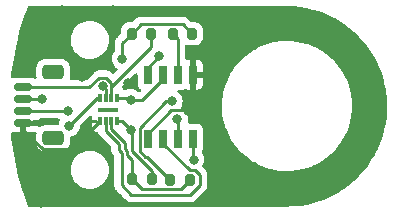
<source format=gbr>
%TF.GenerationSoftware,KiCad,Pcbnew,(6.0.0)*%
%TF.CreationDate,2022-07-24T19:50:36-05:00*%
%TF.ProjectId,DriveByWireMr360Sensor,44726976-6542-4795-9769-72654d723336,rev?*%
%TF.SameCoordinates,Original*%
%TF.FileFunction,Copper,L2,Bot*%
%TF.FilePolarity,Positive*%
%FSLAX46Y46*%
G04 Gerber Fmt 4.6, Leading zero omitted, Abs format (unit mm)*
G04 Created by KiCad (PCBNEW (6.0.0)) date 2022-07-24 19:50:36*
%MOMM*%
%LPD*%
G01*
G04 APERTURE LIST*
G04 Aperture macros list*
%AMRoundRect*
0 Rectangle with rounded corners*
0 $1 Rounding radius*
0 $2 $3 $4 $5 $6 $7 $8 $9 X,Y pos of 4 corners*
0 Add a 4 corners polygon primitive as box body*
4,1,4,$2,$3,$4,$5,$6,$7,$8,$9,$2,$3,0*
0 Add four circle primitives for the rounded corners*
1,1,$1+$1,$2,$3*
1,1,$1+$1,$4,$5*
1,1,$1+$1,$6,$7*
1,1,$1+$1,$8,$9*
0 Add four rect primitives between the rounded corners*
20,1,$1+$1,$2,$3,$4,$5,0*
20,1,$1+$1,$4,$5,$6,$7,0*
20,1,$1+$1,$6,$7,$8,$9,0*
20,1,$1+$1,$8,$9,$2,$3,0*%
G04 Aperture macros list end*
%TA.AperFunction,SMDPad,CuDef*%
%ADD10R,0.700000X1.525000*%
%TD*%
%TA.AperFunction,SMDPad,CuDef*%
%ADD11RoundRect,0.200000X-0.200000X-0.275000X0.200000X-0.275000X0.200000X0.275000X-0.200000X0.275000X0*%
%TD*%
%TA.AperFunction,SMDPad,CuDef*%
%ADD12RoundRect,0.200000X0.200000X0.275000X-0.200000X0.275000X-0.200000X-0.275000X0.200000X-0.275000X0*%
%TD*%
%TA.AperFunction,SMDPad,CuDef*%
%ADD13R,0.300000X0.750000*%
%TD*%
%TA.AperFunction,SMDPad,CuDef*%
%ADD14R,1.750000X0.450000*%
%TD*%
%TA.AperFunction,SMDPad,CuDef*%
%ADD15RoundRect,0.150000X0.625000X-0.150000X0.625000X0.150000X-0.625000X0.150000X-0.625000X-0.150000X0*%
%TD*%
%TA.AperFunction,SMDPad,CuDef*%
%ADD16RoundRect,0.250000X0.650000X-0.350000X0.650000X0.350000X-0.650000X0.350000X-0.650000X-0.350000X0*%
%TD*%
%TA.AperFunction,ViaPad*%
%ADD17C,0.800000*%
%TD*%
%TA.AperFunction,Conductor*%
%ADD18C,0.250000*%
%TD*%
%TA.AperFunction,Conductor*%
%ADD19C,0.228600*%
%TD*%
G04 APERTURE END LIST*
D10*
%TO.P,IC1,1,SIN_P*%
%TO.N,SourceSignal1*%
X101395000Y-76438000D03*
%TO.P,IC1,2,VDD_P*%
%TO.N,+3V3*%
X102665000Y-76438000D03*
%TO.P,IC1,3,COS_P*%
%TO.N,SourceSignal2*%
X103935000Y-76438000D03*
%TO.P,IC1,4,GND_P*%
%TO.N,GND*%
X105205000Y-76438000D03*
%TO.P,IC1,5,COS_N*%
%TO.N,LM358_InP2*%
X105205000Y-81862000D03*
%TO.P,IC1,6,VDD_N*%
%TO.N,+3V3*%
X103935000Y-81862000D03*
%TO.P,IC1,7,SIN_N*%
%TO.N,LM358_InP1*%
X102665000Y-81862000D03*
%TO.P,IC1,8,GND_N*%
%TO.N,GND*%
X101395000Y-81862000D03*
%TD*%
D11*
%TO.P,R4,1*%
%TO.N,LM358_InM2*%
X100035000Y-72970000D03*
%TO.P,R4,2*%
%TO.N,AnalogSignal2*%
X101685000Y-72970000D03*
%TD*%
D12*
%TO.P,R1,1*%
%TO.N,LM358_InM1*%
X104975000Y-85350000D03*
%TO.P,R1,2*%
%TO.N,SourceSignal1*%
X103325000Y-85350000D03*
%TD*%
%TO.P,R3,1*%
%TO.N,LM358_InM2*%
X105173000Y-72980000D03*
%TO.P,R3,2*%
%TO.N,SourceSignal2*%
X103523000Y-72980000D03*
%TD*%
D13*
%TO.P,U1,1*%
%TO.N,AnalogSignal1*%
X98830000Y-80410000D03*
%TO.P,U1,2,-*%
%TO.N,LM358_InM1*%
X98330000Y-80410000D03*
%TO.P,U1,3,+*%
%TO.N,LM358_InP1*%
X97830000Y-80410000D03*
%TO.P,U1,4,V-*%
%TO.N,GND*%
X97330000Y-80410000D03*
%TO.P,U1,5,+*%
%TO.N,LM358_InP2*%
X97330000Y-78410000D03*
%TO.P,U1,6,-*%
%TO.N,LM358_InM2*%
X97830000Y-78410000D03*
%TO.P,U1,7*%
%TO.N,AnalogSignal2*%
X98330000Y-78410000D03*
%TO.P,U1,8,V+*%
%TO.N,+3V3*%
X98830000Y-78410000D03*
D14*
%TO.P,U1,9*%
%TO.N,N/C*%
X98080000Y-79410000D03*
%TD*%
D11*
%TO.P,R2,1*%
%TO.N,LM358_InM1*%
X100095000Y-85310000D03*
%TO.P,R2,2*%
%TO.N,AnalogSignal1*%
X101745000Y-85310000D03*
%TD*%
D15*
%TO.P,J1,1,Pin_1*%
%TO.N,GND*%
X90865000Y-80530000D03*
%TO.P,J1,2,Pin_2*%
%TO.N,+3V3*%
X90865000Y-79530000D03*
%TO.P,J1,3,Pin_3*%
%TO.N,AnalogSignal1*%
X90865000Y-78530000D03*
%TO.P,J1,4,Pin_4*%
%TO.N,AnalogSignal2*%
X90865000Y-77530000D03*
D16*
%TO.P,J1,MP*%
%TO.N,N/C*%
X93390000Y-81830000D03*
X93390000Y-76230000D03*
%TD*%
D17*
%TO.N,GND*%
X94170000Y-70990000D03*
X98500000Y-70960000D03*
X99750000Y-77170000D03*
X90500000Y-82090000D03*
X95870000Y-76660000D03*
X91040000Y-72540000D03*
X92350000Y-87310000D03*
X98860000Y-86890000D03*
X107090000Y-86260000D03*
X107090000Y-71350000D03*
%TO.N,+3V3*%
X103920000Y-80200000D03*
X99970000Y-78570000D03*
X94630000Y-79530000D03*
%TO.N,GND*%
X104820000Y-79510000D03*
%TO.N,SourceSignal1*%
X103448546Y-78690999D03*
X102350000Y-74890000D03*
%TO.N,AnalogSignal1*%
X99995989Y-81152425D03*
X92410000Y-78540000D03*
%TO.N,LM358_InM2*%
X99260000Y-75110000D03*
X97600000Y-77420000D03*
%TO.N,LM358_InP2*%
X105280000Y-83640000D03*
X94760000Y-80750000D03*
%TD*%
D18*
%TO.N,LM358_InP1*%
X105810000Y-85800000D02*
X105000000Y-86610000D01*
X105000000Y-86610000D02*
X100020000Y-86610000D01*
X99190000Y-85780000D02*
X100020000Y-86610000D01*
X99190000Y-83060000D02*
X99190000Y-85780000D01*
X98964267Y-82834267D02*
X99190000Y-83060000D01*
X98964267Y-82317461D02*
X98964267Y-82834267D01*
D19*
%TO.N,LM358_InM1*%
X100095000Y-83691012D02*
X100095000Y-85310000D01*
X99628810Y-83224822D02*
X100095000Y-83691012D01*
X99628810Y-82878238D02*
X99628810Y-83224822D01*
X99503079Y-82235701D02*
X99503079Y-82752507D01*
X98330000Y-80410000D02*
X98330000Y-81062622D01*
%TO.N,AnalogSignal1*%
X100056921Y-81213357D02*
X99995989Y-81152425D01*
%TO.N,LM358_InM1*%
X99503079Y-82752507D02*
X99628810Y-82878238D01*
%TO.N,AnalogSignal1*%
X100056921Y-82906015D02*
X100056921Y-81213357D01*
X101745000Y-84594094D02*
X100056921Y-82906015D01*
%TO.N,LM358_InM1*%
X98330000Y-81062622D02*
X99503079Y-82235701D01*
%TO.N,AnalogSignal1*%
X101745000Y-85310000D02*
X101745000Y-84594094D01*
D18*
%TO.N,SourceSignal2*%
X103935000Y-73392000D02*
X103935000Y-76438000D01*
X103523000Y-72980000D02*
X103935000Y-73392000D01*
%TO.N,SourceSignal1*%
X101395000Y-75845000D02*
X102350000Y-74890000D01*
X101395000Y-76438000D02*
X101395000Y-75845000D01*
%TO.N,+3V3*%
X103935000Y-80215000D02*
X103920000Y-80200000D01*
X103935000Y-81862000D02*
X103935000Y-80215000D01*
%TO.N,GND*%
X104785499Y-79475499D02*
X104820000Y-79510000D01*
X103369001Y-79475499D02*
X104785499Y-79475499D01*
X101395000Y-81449500D02*
X103369001Y-79475499D01*
X101395000Y-81862000D02*
X101395000Y-81449500D01*
%TO.N,SourceSignal1*%
X102989001Y-78690999D02*
X103448546Y-78690999D01*
X100720489Y-80959511D02*
X102989001Y-78690999D01*
X101375000Y-83395000D02*
X101166478Y-83395000D01*
X101166478Y-83395000D02*
X100720489Y-82949011D01*
X103325000Y-85350000D02*
X101375000Y-83400000D01*
X100720489Y-82949011D02*
X100720489Y-80959511D01*
X101375000Y-83400000D02*
X101375000Y-83395000D01*
D19*
%TO.N,+3V3*%
X102665000Y-76850500D02*
X102665000Y-76438000D01*
X100945500Y-78570000D02*
X102665000Y-76850500D01*
X99970000Y-78570000D02*
X100945500Y-78570000D01*
D18*
%TO.N,GND*%
X104820000Y-79510000D02*
X105205000Y-79125000D01*
X105205000Y-79125000D02*
X105205000Y-76438000D01*
D19*
%TO.N,AnalogSignal1*%
X99253564Y-80410000D02*
X99995989Y-81152425D01*
X98830000Y-80410000D02*
X99253564Y-80410000D01*
D18*
%TO.N,LM358_InP1*%
X98964267Y-82317461D02*
X97830000Y-81183194D01*
X105810000Y-84950000D02*
X105810000Y-85800000D01*
X104940980Y-84550480D02*
X105410480Y-84550480D01*
X102665000Y-82274500D02*
X104940980Y-84550480D01*
X102665000Y-81862000D02*
X102665000Y-82274500D01*
X97830000Y-81183194D02*
X97830000Y-80410000D01*
X105410480Y-84550480D02*
X105810000Y-84950000D01*
%TO.N,LM358_InP2*%
X105205000Y-81862000D02*
X105205000Y-83565000D01*
X105205000Y-83565000D02*
X105280000Y-83640000D01*
D19*
%TO.N,+3V3*%
X99810000Y-78410000D02*
X99970000Y-78570000D01*
X90865000Y-79530000D02*
X94630000Y-79530000D01*
X98830000Y-78410000D02*
X99810000Y-78410000D01*
%TO.N,GND*%
X94996180Y-82743820D02*
X92506459Y-82743820D01*
X92506459Y-82743820D02*
X90865000Y-81102361D01*
X97330000Y-80410000D02*
X94996180Y-82743820D01*
X90865000Y-81102361D02*
X90865000Y-80530000D01*
%TO.N,AnalogSignal1*%
X90865000Y-78530000D02*
X92400000Y-78530000D01*
X92400000Y-78530000D02*
X92410000Y-78540000D01*
%TO.N,AnalogSignal2*%
X101685000Y-72970000D02*
X101685000Y-74115000D01*
X97895667Y-76706199D02*
X98330000Y-77140532D01*
X90865000Y-77530000D02*
X96470532Y-77530000D01*
X98330000Y-77470000D02*
X98330000Y-78410000D01*
X97294333Y-76706199D02*
X97895667Y-76706199D01*
X98330000Y-77140532D02*
X98330000Y-77470000D01*
X96470532Y-77530000D02*
X97294333Y-76706199D01*
X101685000Y-74115000D02*
X98330000Y-77470000D01*
%TO.N,LM358_InM1*%
X104186180Y-86138820D02*
X104975000Y-85350000D01*
X100095000Y-85310000D02*
X100923820Y-86138820D01*
X100923820Y-86138820D02*
X104186180Y-86138820D01*
%TO.N,LM358_InM2*%
X104374180Y-72181180D02*
X105173000Y-72980000D01*
X97830000Y-78410000D02*
X97830000Y-77650000D01*
X99260000Y-73745000D02*
X100035000Y-72970000D01*
X97830000Y-77650000D02*
X97600000Y-77420000D01*
X100823820Y-72181180D02*
X104374180Y-72181180D01*
X100035000Y-72970000D02*
X100823820Y-72181180D01*
X99260000Y-75110000D02*
X99260000Y-73745000D01*
%TO.N,LM358_InP2*%
X94760000Y-80750000D02*
X97100000Y-78410000D01*
X97100000Y-78410000D02*
X97330000Y-78410000D01*
%TD*%
%TA.AperFunction,Conductor*%
%TO.N,GND*%
G36*
X113156057Y-70630500D02*
G01*
X113170858Y-70632805D01*
X113170861Y-70632805D01*
X113179730Y-70634186D01*
X113202360Y-70631227D01*
X113222901Y-70630234D01*
X113749001Y-70647824D01*
X113757403Y-70648387D01*
X114313677Y-70704348D01*
X114322023Y-70705470D01*
X114873330Y-70798464D01*
X114881581Y-70800141D01*
X115425451Y-70929752D01*
X115433573Y-70931977D01*
X115967575Y-71097625D01*
X115975509Y-71100381D01*
X116123134Y-71157237D01*
X116497260Y-71301329D01*
X116505013Y-71304617D01*
X117012151Y-71539954D01*
X117019664Y-71543750D01*
X117238746Y-71663810D01*
X117509979Y-71812450D01*
X117517224Y-71816742D01*
X117902017Y-72062384D01*
X117988461Y-72117568D01*
X117995401Y-72122331D01*
X118018600Y-72139424D01*
X118445531Y-72453990D01*
X118452139Y-72459209D01*
X118879094Y-72820176D01*
X118885322Y-72825808D01*
X119287231Y-73214505D01*
X119293069Y-73220542D01*
X119658264Y-73624319D01*
X119668109Y-73635204D01*
X119673539Y-73641626D01*
X119997787Y-74052227D01*
X120020043Y-74080410D01*
X120025034Y-74087183D01*
X120127686Y-74236722D01*
X120341454Y-74548128D01*
X120345985Y-74555225D01*
X120630919Y-75036288D01*
X120634965Y-75043673D01*
X120887112Y-75542655D01*
X120890657Y-75550293D01*
X120989739Y-75783955D01*
X121059533Y-75948548D01*
X121108928Y-76065036D01*
X121111951Y-76072887D01*
X121281848Y-76562168D01*
X121295347Y-76601044D01*
X121297839Y-76609075D01*
X121406071Y-77004183D01*
X121445555Y-77148323D01*
X121447506Y-77156511D01*
X121558794Y-77704025D01*
X121558869Y-77704396D01*
X121560268Y-77712686D01*
X121601200Y-78017044D01*
X121634790Y-78266810D01*
X121635633Y-78275188D01*
X121672977Y-78833042D01*
X121673258Y-78841458D01*
X121673258Y-79400542D01*
X121672977Y-79408958D01*
X121635633Y-79966812D01*
X121634790Y-79975190D01*
X121619919Y-80085767D01*
X121564610Y-80497032D01*
X121560270Y-80529301D01*
X121558871Y-80537590D01*
X121484679Y-80902604D01*
X121447507Y-81085485D01*
X121445556Y-81093673D01*
X121303054Y-81613888D01*
X121297842Y-81632914D01*
X121295350Y-81640945D01*
X121118301Y-82150828D01*
X121111954Y-82169106D01*
X121108931Y-82176956D01*
X121041420Y-82336166D01*
X120890657Y-82691707D01*
X120887112Y-82699345D01*
X120634965Y-83198327D01*
X120630919Y-83205712D01*
X120345985Y-83686775D01*
X120341454Y-83693872D01*
X120029812Y-84147857D01*
X120025038Y-84154811D01*
X120020047Y-84161584D01*
X119676447Y-84596692D01*
X119673546Y-84600365D01*
X119668116Y-84606788D01*
X119293069Y-85021458D01*
X119287231Y-85027495D01*
X118885322Y-85416192D01*
X118879094Y-85421824D01*
X118624414Y-85637142D01*
X118452139Y-85782791D01*
X118445531Y-85788010D01*
X118348130Y-85859776D01*
X118032338Y-86092454D01*
X117995404Y-86119667D01*
X117988463Y-86124430D01*
X117808199Y-86239507D01*
X117517224Y-86425258D01*
X117509979Y-86429550D01*
X117019666Y-86698249D01*
X117012151Y-86702046D01*
X116505013Y-86937383D01*
X116497260Y-86940671D01*
X115975509Y-87141619D01*
X115967575Y-87144375D01*
X115635213Y-87247474D01*
X115433573Y-87310023D01*
X115425451Y-87312248D01*
X114881581Y-87441859D01*
X114873330Y-87443536D01*
X114322023Y-87536530D01*
X114313677Y-87537652D01*
X114210271Y-87548055D01*
X113757387Y-87593615D01*
X113749016Y-87594176D01*
X113421495Y-87605127D01*
X113230446Y-87611514D01*
X113206852Y-87610084D01*
X113201145Y-87609195D01*
X113201138Y-87609195D01*
X113192270Y-87607814D01*
X113183368Y-87608978D01*
X113183365Y-87608978D01*
X113160749Y-87611936D01*
X113144411Y-87613000D01*
X91373669Y-87613000D01*
X91305548Y-87592998D01*
X91259055Y-87539342D01*
X91255977Y-87531996D01*
X91086731Y-87089320D01*
X91085089Y-87084764D01*
X90900745Y-86540789D01*
X90796830Y-86234150D01*
X90795370Y-86229553D01*
X90793301Y-86222574D01*
X90583914Y-85516523D01*
X90540013Y-85368487D01*
X90538726Y-85363819D01*
X90366667Y-84689584D01*
X90318287Y-84500000D01*
X94886526Y-84500000D01*
X94906391Y-84752403D01*
X94907545Y-84757210D01*
X94907546Y-84757216D01*
X94929848Y-84850111D01*
X94965495Y-84998591D01*
X94967388Y-85003162D01*
X94967389Y-85003164D01*
X94977995Y-85028768D01*
X95062384Y-85232502D01*
X95194672Y-85448376D01*
X95359102Y-85640898D01*
X95551624Y-85805328D01*
X95767498Y-85937616D01*
X95772068Y-85939509D01*
X95772072Y-85939511D01*
X95955377Y-86015438D01*
X96001409Y-86034505D01*
X96070233Y-86051028D01*
X96242784Y-86092454D01*
X96242790Y-86092455D01*
X96247597Y-86093609D01*
X96347416Y-86101465D01*
X96434345Y-86108307D01*
X96434352Y-86108307D01*
X96436801Y-86108500D01*
X96563199Y-86108500D01*
X96565648Y-86108307D01*
X96565655Y-86108307D01*
X96652584Y-86101465D01*
X96752403Y-86093609D01*
X96757210Y-86092455D01*
X96757216Y-86092454D01*
X96929767Y-86051028D01*
X96998591Y-86034505D01*
X97044623Y-86015438D01*
X97227928Y-85939511D01*
X97227932Y-85939509D01*
X97232502Y-85937616D01*
X97448376Y-85805328D01*
X97640898Y-85640898D01*
X97805328Y-85448376D01*
X97937616Y-85232502D01*
X98022006Y-85028768D01*
X98032611Y-85003164D01*
X98032612Y-85003162D01*
X98034505Y-84998591D01*
X98070152Y-84850111D01*
X98092454Y-84757216D01*
X98092455Y-84757210D01*
X98093609Y-84752403D01*
X98113474Y-84500000D01*
X98093609Y-84247597D01*
X98087536Y-84222298D01*
X98035660Y-84006221D01*
X98034505Y-84001409D01*
X98028426Y-83986732D01*
X97939511Y-83772072D01*
X97939509Y-83772068D01*
X97937616Y-83767498D01*
X97805328Y-83551624D01*
X97640898Y-83359102D01*
X97448376Y-83194672D01*
X97232502Y-83062384D01*
X97227932Y-83060491D01*
X97227928Y-83060489D01*
X97003164Y-82967389D01*
X97003162Y-82967388D01*
X96998591Y-82965495D01*
X96913968Y-82945179D01*
X96757216Y-82907546D01*
X96757210Y-82907545D01*
X96752403Y-82906391D01*
X96652584Y-82898535D01*
X96565655Y-82891693D01*
X96565648Y-82891693D01*
X96563199Y-82891500D01*
X96436801Y-82891500D01*
X96434352Y-82891693D01*
X96434345Y-82891693D01*
X96347416Y-82898535D01*
X96247597Y-82906391D01*
X96242790Y-82907545D01*
X96242784Y-82907546D01*
X96086032Y-82945179D01*
X96001409Y-82965495D01*
X95996838Y-82967388D01*
X95996836Y-82967389D01*
X95772072Y-83060489D01*
X95772068Y-83060491D01*
X95767498Y-83062384D01*
X95551624Y-83194672D01*
X95359102Y-83359102D01*
X95194672Y-83551624D01*
X95062384Y-83767498D01*
X95060491Y-83772068D01*
X95060489Y-83772072D01*
X94971574Y-83986732D01*
X94965495Y-84001409D01*
X94964340Y-84006221D01*
X94912465Y-84222298D01*
X94906391Y-84247597D01*
X94886526Y-84500000D01*
X90318287Y-84500000D01*
X90316653Y-84493596D01*
X90315548Y-84488895D01*
X90312936Y-84476722D01*
X90240115Y-84137428D01*
X90127075Y-83610743D01*
X90126150Y-83605989D01*
X89971564Y-82721251D01*
X89970823Y-82716465D01*
X89905471Y-82233650D01*
X89850356Y-81826472D01*
X89849801Y-81821683D01*
X89838508Y-81704525D01*
X89811043Y-81419611D01*
X89824417Y-81349886D01*
X89873364Y-81298459D01*
X89942344Y-81281659D01*
X89976352Y-81289535D01*
X89976600Y-81288682D01*
X90130065Y-81333269D01*
X90142667Y-81335570D01*
X90171084Y-81337807D01*
X90176014Y-81338000D01*
X90592885Y-81338000D01*
X90608124Y-81333525D01*
X90609329Y-81332135D01*
X90611000Y-81324452D01*
X90611000Y-80464500D01*
X90631002Y-80396379D01*
X90684658Y-80349886D01*
X90737000Y-80338500D01*
X91556502Y-80338500D01*
X91558950Y-80338307D01*
X91558958Y-80338307D01*
X91587421Y-80336067D01*
X91587426Y-80336066D01*
X91593831Y-80335562D01*
X91665578Y-80314718D01*
X91745989Y-80291357D01*
X91745993Y-80291355D01*
X91753601Y-80289145D01*
X91758725Y-80286115D01*
X91807570Y-80276000D01*
X92126878Y-80276000D01*
X92140408Y-80272027D01*
X92142012Y-80260868D01*
X92171505Y-80196288D01*
X92231232Y-80157904D01*
X92266730Y-80152800D01*
X93837510Y-80152800D01*
X93905631Y-80172802D01*
X93952124Y-80226458D01*
X93962228Y-80296732D01*
X93946630Y-80341799D01*
X93925473Y-80378444D01*
X93923431Y-80384729D01*
X93885288Y-80502121D01*
X93866458Y-80560072D01*
X93865768Y-80566635D01*
X93865768Y-80566636D01*
X93861350Y-80608671D01*
X93834337Y-80674327D01*
X93776115Y-80714957D01*
X93736040Y-80721500D01*
X92689600Y-80721500D01*
X92686354Y-80721837D01*
X92686350Y-80721837D01*
X92590692Y-80731762D01*
X92590688Y-80731763D01*
X92583834Y-80732474D01*
X92577298Y-80734655D01*
X92577296Y-80734655D01*
X92531302Y-80750000D01*
X92416054Y-80788450D01*
X92349445Y-80829669D01*
X92325212Y-80844665D01*
X92256760Y-80863503D01*
X92188991Y-80842342D01*
X92153105Y-80805943D01*
X92141520Y-80788029D01*
X92132630Y-80784000D01*
X91137115Y-80784000D01*
X91121876Y-80788475D01*
X91120671Y-80789865D01*
X91119000Y-80797548D01*
X91119000Y-81319884D01*
X91123475Y-81335123D01*
X91124865Y-81336328D01*
X91132548Y-81337999D01*
X91553984Y-81337999D01*
X91558920Y-81337805D01*
X91587336Y-81335570D01*
X91599931Y-81333270D01*
X91745790Y-81290893D01*
X91760226Y-81284646D01*
X91796649Y-81263106D01*
X91865466Y-81245647D01*
X91932797Y-81268165D01*
X91977265Y-81323510D01*
X91986131Y-81384402D01*
X91981500Y-81429600D01*
X91981500Y-82230400D01*
X91992474Y-82336166D01*
X92048450Y-82503946D01*
X92141522Y-82654348D01*
X92146704Y-82659521D01*
X92187461Y-82700207D01*
X92266697Y-82779305D01*
X92272927Y-82783145D01*
X92272928Y-82783146D01*
X92410090Y-82867694D01*
X92417262Y-82872115D01*
X92475706Y-82891500D01*
X92578611Y-82925632D01*
X92578613Y-82925632D01*
X92585139Y-82927797D01*
X92591975Y-82928497D01*
X92591978Y-82928498D01*
X92627331Y-82932120D01*
X92689600Y-82938500D01*
X94090400Y-82938500D01*
X94093646Y-82938163D01*
X94093650Y-82938163D01*
X94189308Y-82928238D01*
X94189312Y-82928237D01*
X94196166Y-82927526D01*
X94202702Y-82925345D01*
X94202704Y-82925345D01*
X94353051Y-82875185D01*
X94363946Y-82871550D01*
X94514348Y-82778478D01*
X94639305Y-82653303D01*
X94668911Y-82605274D01*
X94728275Y-82508968D01*
X94728276Y-82508966D01*
X94732115Y-82502738D01*
X94787797Y-82334861D01*
X94798500Y-82230400D01*
X94798500Y-81772646D01*
X94818502Y-81704525D01*
X94872158Y-81658032D01*
X94898302Y-81649399D01*
X95042288Y-81618794D01*
X95075716Y-81603911D01*
X95210722Y-81543803D01*
X95210724Y-81543802D01*
X95216752Y-81541118D01*
X95236761Y-81526581D01*
X95296139Y-81483440D01*
X95371253Y-81428866D01*
X95453245Y-81337805D01*
X95494621Y-81291852D01*
X95494622Y-81291851D01*
X95499040Y-81286944D01*
X95588578Y-81131860D01*
X95591223Y-81127279D01*
X95591224Y-81127278D01*
X95594527Y-81121556D01*
X95653542Y-80939928D01*
X95655083Y-80925272D01*
X95663554Y-80844665D01*
X95672685Y-80757797D01*
X95699697Y-80692141D01*
X95708899Y-80681873D01*
X96456905Y-79933867D01*
X96519217Y-79899841D01*
X96590032Y-79904906D01*
X96646868Y-79947453D01*
X96671679Y-80013973D01*
X96672000Y-80022962D01*
X96672000Y-80241885D01*
X96676475Y-80257124D01*
X96677865Y-80258329D01*
X96685548Y-80260000D01*
X97045500Y-80260000D01*
X97113621Y-80280002D01*
X97160114Y-80333658D01*
X97171500Y-80386000D01*
X97171500Y-80434000D01*
X97151498Y-80502121D01*
X97097842Y-80548614D01*
X97045500Y-80560000D01*
X96690116Y-80560000D01*
X96674877Y-80564475D01*
X96673672Y-80565865D01*
X96672001Y-80573548D01*
X96672001Y-80829669D01*
X96672371Y-80836490D01*
X96677895Y-80887352D01*
X96681521Y-80902604D01*
X96726676Y-81023054D01*
X96735214Y-81038649D01*
X96811715Y-81140724D01*
X96824276Y-81153285D01*
X96926351Y-81229786D01*
X96941946Y-81238324D01*
X97062394Y-81283478D01*
X97077649Y-81287105D01*
X97119272Y-81291627D01*
X97184834Y-81318869D01*
X97222817Y-81370509D01*
X97227805Y-81383108D01*
X97231649Y-81394336D01*
X97243982Y-81436787D01*
X97248015Y-81443606D01*
X97248017Y-81443611D01*
X97254293Y-81454222D01*
X97262988Y-81471970D01*
X97270448Y-81490811D01*
X97275110Y-81497227D01*
X97275110Y-81497228D01*
X97296436Y-81526581D01*
X97302952Y-81536501D01*
X97316644Y-81559652D01*
X97325458Y-81574556D01*
X97339779Y-81588877D01*
X97352619Y-81603910D01*
X97364528Y-81620301D01*
X97370632Y-81625351D01*
X97370637Y-81625356D01*
X97398598Y-81648487D01*
X97407379Y-81656477D01*
X98293863Y-82542962D01*
X98327888Y-82605274D01*
X98330767Y-82632057D01*
X98330767Y-82755500D01*
X98330240Y-82766683D01*
X98328565Y-82774176D01*
X98328814Y-82782102D01*
X98328814Y-82782103D01*
X98330705Y-82842253D01*
X98330767Y-82846212D01*
X98330767Y-82874123D01*
X98331264Y-82878057D01*
X98331264Y-82878058D01*
X98331272Y-82878123D01*
X98332205Y-82889960D01*
X98333594Y-82934156D01*
X98339245Y-82953606D01*
X98343254Y-82972967D01*
X98345793Y-82993064D01*
X98348712Y-83000435D01*
X98348712Y-83000437D01*
X98362071Y-83034179D01*
X98365916Y-83045409D01*
X98378249Y-83087860D01*
X98382282Y-83094679D01*
X98382284Y-83094684D01*
X98388560Y-83105295D01*
X98397255Y-83123043D01*
X98404715Y-83141884D01*
X98409377Y-83148300D01*
X98409377Y-83148301D01*
X98430703Y-83177654D01*
X98437219Y-83187574D01*
X98459725Y-83225629D01*
X98474046Y-83239950D01*
X98486886Y-83254983D01*
X98498795Y-83271374D01*
X98504900Y-83276424D01*
X98504906Y-83276431D01*
X98510817Y-83281321D01*
X98550554Y-83340155D01*
X98556500Y-83378404D01*
X98556500Y-85701233D01*
X98555973Y-85712416D01*
X98554298Y-85719909D01*
X98554547Y-85727835D01*
X98554547Y-85727836D01*
X98556438Y-85787986D01*
X98556500Y-85791945D01*
X98556500Y-85819856D01*
X98556997Y-85823790D01*
X98556997Y-85823791D01*
X98557005Y-85823856D01*
X98557938Y-85835693D01*
X98559327Y-85879889D01*
X98564978Y-85899339D01*
X98568987Y-85918700D01*
X98571526Y-85938797D01*
X98574445Y-85946168D01*
X98574445Y-85946170D01*
X98587804Y-85979912D01*
X98591649Y-85991142D01*
X98601771Y-86025983D01*
X98603982Y-86033593D01*
X98608015Y-86040412D01*
X98608017Y-86040417D01*
X98614293Y-86051028D01*
X98622988Y-86068776D01*
X98630448Y-86087617D01*
X98635110Y-86094033D01*
X98635110Y-86094034D01*
X98656436Y-86123387D01*
X98662952Y-86133307D01*
X98667530Y-86141047D01*
X98685458Y-86171362D01*
X98699779Y-86185683D01*
X98712619Y-86200716D01*
X98724528Y-86217107D01*
X98751605Y-86239507D01*
X98758605Y-86245298D01*
X98767384Y-86253288D01*
X99516343Y-87002247D01*
X99523887Y-87010537D01*
X99528000Y-87017018D01*
X99533777Y-87022443D01*
X99577667Y-87063658D01*
X99580509Y-87066413D01*
X99600230Y-87086134D01*
X99603425Y-87088612D01*
X99612447Y-87096318D01*
X99644679Y-87126586D01*
X99651628Y-87130406D01*
X99662432Y-87136346D01*
X99678956Y-87147199D01*
X99694959Y-87159613D01*
X99735543Y-87177176D01*
X99746173Y-87182383D01*
X99784940Y-87203695D01*
X99792617Y-87205666D01*
X99792622Y-87205668D01*
X99804558Y-87208732D01*
X99823266Y-87215137D01*
X99841855Y-87223181D01*
X99849683Y-87224421D01*
X99849690Y-87224423D01*
X99885524Y-87230099D01*
X99897144Y-87232505D01*
X99928959Y-87240673D01*
X99939970Y-87243500D01*
X99960224Y-87243500D01*
X99979934Y-87245051D01*
X99999943Y-87248220D01*
X100007835Y-87247474D01*
X100026580Y-87245702D01*
X100043962Y-87244059D01*
X100055819Y-87243500D01*
X104921233Y-87243500D01*
X104932416Y-87244027D01*
X104939909Y-87245702D01*
X104947835Y-87245453D01*
X104947836Y-87245453D01*
X105007986Y-87243562D01*
X105011945Y-87243500D01*
X105039856Y-87243500D01*
X105043791Y-87243003D01*
X105043856Y-87242995D01*
X105055693Y-87242062D01*
X105087951Y-87241048D01*
X105091970Y-87240922D01*
X105099889Y-87240673D01*
X105119343Y-87235021D01*
X105138700Y-87231013D01*
X105150930Y-87229468D01*
X105150931Y-87229468D01*
X105158797Y-87228474D01*
X105166168Y-87225555D01*
X105166170Y-87225555D01*
X105199912Y-87212196D01*
X105211142Y-87208351D01*
X105245983Y-87198229D01*
X105245984Y-87198229D01*
X105253593Y-87196018D01*
X105260412Y-87191985D01*
X105260417Y-87191983D01*
X105271028Y-87185707D01*
X105288776Y-87177012D01*
X105307617Y-87169552D01*
X105327987Y-87154753D01*
X105343387Y-87143564D01*
X105353307Y-87137048D01*
X105384535Y-87118580D01*
X105384538Y-87118578D01*
X105391362Y-87114542D01*
X105405683Y-87100221D01*
X105420717Y-87087380D01*
X105422432Y-87086134D01*
X105437107Y-87075472D01*
X105442158Y-87069367D01*
X105442163Y-87069362D01*
X105465299Y-87041396D01*
X105473287Y-87032618D01*
X106202253Y-86303652D01*
X106210539Y-86296112D01*
X106217018Y-86292000D01*
X106263644Y-86242348D01*
X106266398Y-86239507D01*
X106286135Y-86219770D01*
X106288615Y-86216573D01*
X106296320Y-86207551D01*
X106321159Y-86181100D01*
X106326586Y-86175321D01*
X106330405Y-86168375D01*
X106330407Y-86168372D01*
X106336348Y-86157566D01*
X106347199Y-86141047D01*
X106354758Y-86131301D01*
X106359614Y-86125041D01*
X106362759Y-86117772D01*
X106362762Y-86117768D01*
X106377174Y-86084463D01*
X106382391Y-86073813D01*
X106403695Y-86035060D01*
X106408733Y-86015437D01*
X106415137Y-85996734D01*
X106420033Y-85985420D01*
X106420033Y-85985419D01*
X106423181Y-85978145D01*
X106424420Y-85970322D01*
X106424423Y-85970312D01*
X106430099Y-85934476D01*
X106432505Y-85922856D01*
X106441528Y-85887711D01*
X106441528Y-85887710D01*
X106443500Y-85880030D01*
X106443500Y-85859776D01*
X106445051Y-85840065D01*
X106446980Y-85827886D01*
X106448220Y-85820057D01*
X106444059Y-85776038D01*
X106443500Y-85764181D01*
X106443500Y-85028768D01*
X106444027Y-85017585D01*
X106445702Y-85010092D01*
X106443562Y-84942001D01*
X106443500Y-84938044D01*
X106443500Y-84910144D01*
X106442996Y-84906153D01*
X106442063Y-84894311D01*
X106440923Y-84858036D01*
X106440674Y-84850111D01*
X106435021Y-84830652D01*
X106431012Y-84811293D01*
X106430846Y-84809983D01*
X106428474Y-84791203D01*
X106425558Y-84783837D01*
X106425556Y-84783831D01*
X106412200Y-84750098D01*
X106408355Y-84738868D01*
X106398230Y-84704017D01*
X106398230Y-84704016D01*
X106396019Y-84696407D01*
X106385705Y-84678966D01*
X106377008Y-84661213D01*
X106372472Y-84649758D01*
X106369552Y-84642383D01*
X106343563Y-84606612D01*
X106337047Y-84596692D01*
X106328810Y-84582764D01*
X106314542Y-84558638D01*
X106308938Y-84553033D01*
X106300220Y-84544315D01*
X106287379Y-84529281D01*
X106280131Y-84519305D01*
X106280130Y-84519304D01*
X106275472Y-84512893D01*
X106241407Y-84484712D01*
X106232626Y-84476722D01*
X106055857Y-84299952D01*
X106021832Y-84237640D01*
X106026897Y-84166824D01*
X106035834Y-84147857D01*
X106111223Y-84017279D01*
X106111224Y-84017278D01*
X106114527Y-84011556D01*
X106173542Y-83829928D01*
X106176339Y-83803321D01*
X106192814Y-83646565D01*
X106193504Y-83640000D01*
X106184658Y-83555838D01*
X106174232Y-83456635D01*
X106174232Y-83456633D01*
X106173542Y-83450072D01*
X106114527Y-83268444D01*
X106102126Y-83246964D01*
X106074045Y-83198327D01*
X106019040Y-83103056D01*
X105986196Y-83066579D01*
X105955480Y-83002573D01*
X105964245Y-82932120D01*
X105979004Y-82906712D01*
X106005615Y-82871205D01*
X106056745Y-82734816D01*
X106063500Y-82672634D01*
X106063500Y-81051366D01*
X106056745Y-80989184D01*
X106005615Y-80852795D01*
X105918261Y-80736239D01*
X105801705Y-80648885D01*
X105665316Y-80597755D01*
X105603134Y-80591000D01*
X104921634Y-80591000D01*
X104853513Y-80570998D01*
X104807020Y-80517342D01*
X104796916Y-80447068D01*
X104801801Y-80426065D01*
X104811502Y-80396209D01*
X104811504Y-80396202D01*
X104813542Y-80389928D01*
X104824859Y-80282258D01*
X104832814Y-80206565D01*
X104833504Y-80200000D01*
X104813542Y-80010072D01*
X104754527Y-79828444D01*
X104734393Y-79793570D01*
X104703327Y-79739763D01*
X104659040Y-79663056D01*
X104567430Y-79561312D01*
X104535675Y-79526045D01*
X104535674Y-79526044D01*
X104531253Y-79521134D01*
X104376752Y-79408882D01*
X104370724Y-79406198D01*
X104370722Y-79406197D01*
X104271004Y-79361800D01*
X104234600Y-79330858D01*
X107691870Y-79330858D01*
X107692090Y-79333475D01*
X107692090Y-79333481D01*
X107701049Y-79440166D01*
X107730505Y-79790957D01*
X107730947Y-79793570D01*
X107806775Y-80241885D01*
X107807506Y-80246209D01*
X107922330Y-80693421D01*
X107923198Y-80695915D01*
X107923200Y-80695920D01*
X107977830Y-80852795D01*
X108074174Y-81129457D01*
X108261972Y-81551258D01*
X108484406Y-81955864D01*
X108485858Y-81958050D01*
X108485862Y-81958056D01*
X108736211Y-82334861D01*
X108739917Y-82340439D01*
X109026712Y-82702285D01*
X109218675Y-82906705D01*
X109306696Y-83000437D01*
X109342780Y-83038863D01*
X109685903Y-83347812D01*
X109687987Y-83349394D01*
X109687992Y-83349398D01*
X110029186Y-83608378D01*
X110053676Y-83626967D01*
X110055910Y-83628385D01*
X110055919Y-83628391D01*
X110331565Y-83803321D01*
X110443517Y-83874368D01*
X110445844Y-83875584D01*
X110445850Y-83875588D01*
X110850355Y-84087058D01*
X110850360Y-84087060D01*
X110852693Y-84088280D01*
X111278334Y-84267203D01*
X111280834Y-84268015D01*
X111280844Y-84268019D01*
X111714939Y-84409064D01*
X111714943Y-84409065D01*
X111717454Y-84409881D01*
X111942708Y-84462714D01*
X112164405Y-84514713D01*
X112164412Y-84514714D01*
X112166973Y-84515315D01*
X112623738Y-84582764D01*
X112626379Y-84582930D01*
X112626387Y-84582931D01*
X112874942Y-84598569D01*
X113084545Y-84611756D01*
X113087177Y-84611701D01*
X113087184Y-84611701D01*
X113253562Y-84608215D01*
X113546162Y-84602086D01*
X113548784Y-84601810D01*
X113548791Y-84601810D01*
X114002719Y-84554101D01*
X114002728Y-84554100D01*
X114005351Y-84553824D01*
X114458891Y-84467306D01*
X114461423Y-84466599D01*
X114461436Y-84466596D01*
X114901062Y-84343850D01*
X114901070Y-84343847D01*
X114903600Y-84343141D01*
X115187284Y-84237640D01*
X115333887Y-84183119D01*
X115333893Y-84183116D01*
X115336360Y-84182199D01*
X115754135Y-83985609D01*
X116153995Y-83754750D01*
X116533134Y-83491241D01*
X116778814Y-83287997D01*
X116886865Y-83198610D01*
X116886871Y-83198604D01*
X116888894Y-83196931D01*
X116893838Y-83192090D01*
X117102266Y-82987982D01*
X117218779Y-82873884D01*
X117220492Y-82871899D01*
X117220499Y-82871892D01*
X117352571Y-82718884D01*
X117520475Y-82524366D01*
X117522027Y-82522230D01*
X117522034Y-82522221D01*
X117790315Y-82152963D01*
X117790317Y-82152960D01*
X117791866Y-82150828D01*
X118031049Y-81755891D01*
X118236345Y-81342324D01*
X118406315Y-80913030D01*
X118539766Y-80471018D01*
X118541152Y-80464500D01*
X118634716Y-80024315D01*
X118635763Y-80019389D01*
X118637653Y-80004432D01*
X118645879Y-79939313D01*
X118693631Y-79561312D01*
X118699643Y-79417885D01*
X118712855Y-79102647D01*
X118712966Y-79099999D01*
X118695824Y-78690999D01*
X118693742Y-78641332D01*
X118693742Y-78641330D01*
X118693631Y-78638686D01*
X118636502Y-78186457D01*
X118636094Y-78183229D01*
X118635763Y-78180609D01*
X118599127Y-78008250D01*
X118540312Y-77731547D01*
X118540310Y-77731539D01*
X118539766Y-77728980D01*
X118406315Y-77286968D01*
X118236345Y-76857674D01*
X118031049Y-76444107D01*
X117859446Y-76160758D01*
X117793230Y-76051422D01*
X117793228Y-76051420D01*
X117791866Y-76049170D01*
X117769411Y-76018263D01*
X117522034Y-75677777D01*
X117522027Y-75677768D01*
X117520475Y-75675632D01*
X117292394Y-75411398D01*
X117220499Y-75328106D01*
X117220492Y-75328099D01*
X117218779Y-75326114D01*
X116980173Y-75092454D01*
X116890770Y-75004904D01*
X116890769Y-75004903D01*
X116888894Y-75003067D01*
X116886871Y-75001394D01*
X116886865Y-75001388D01*
X116649868Y-74805328D01*
X116533134Y-74708757D01*
X116153995Y-74445248D01*
X115754135Y-74214389D01*
X115336360Y-74017799D01*
X115333893Y-74016882D01*
X115333887Y-74016879D01*
X114996852Y-73891537D01*
X114903600Y-73856857D01*
X114901070Y-73856151D01*
X114901062Y-73856148D01*
X114461436Y-73733402D01*
X114461423Y-73733399D01*
X114458891Y-73732692D01*
X114005351Y-73646174D01*
X114002728Y-73645898D01*
X114002719Y-73645897D01*
X113548791Y-73598188D01*
X113548784Y-73598188D01*
X113546162Y-73597912D01*
X113253562Y-73591783D01*
X113087184Y-73588297D01*
X113087177Y-73588297D01*
X113084545Y-73588242D01*
X112874942Y-73601429D01*
X112626387Y-73617067D01*
X112626379Y-73617068D01*
X112623738Y-73617234D01*
X112166973Y-73684683D01*
X112164412Y-73685284D01*
X112164405Y-73685285D01*
X112027262Y-73717452D01*
X111717454Y-73790117D01*
X111714943Y-73790933D01*
X111714939Y-73790934D01*
X111280844Y-73931979D01*
X111280834Y-73931983D01*
X111278334Y-73932795D01*
X110852693Y-74111718D01*
X110850360Y-74112938D01*
X110850355Y-74112940D01*
X110445850Y-74324410D01*
X110445844Y-74324414D01*
X110443517Y-74325630D01*
X110441289Y-74327044D01*
X110055919Y-74571607D01*
X110055910Y-74571613D01*
X110053676Y-74573031D01*
X110051569Y-74574630D01*
X110051568Y-74574631D01*
X109874864Y-74708757D01*
X109685903Y-74852186D01*
X109342780Y-75161135D01*
X109340976Y-75163056D01*
X109340972Y-75163060D01*
X109303395Y-75203076D01*
X109026712Y-75497713D01*
X108739917Y-75859559D01*
X108738463Y-75861748D01*
X108738459Y-75861753D01*
X108506966Y-76210179D01*
X108484406Y-76244134D01*
X108261972Y-76648740D01*
X108074174Y-77070541D01*
X108073306Y-77073034D01*
X107943006Y-77447205D01*
X107922330Y-77506577D01*
X107807506Y-77953789D01*
X107807067Y-77956385D01*
X107807065Y-77956394D01*
X107741540Y-78343798D01*
X107730505Y-78409041D01*
X107710999Y-78641332D01*
X107692970Y-78856045D01*
X107691870Y-78869140D01*
X107691870Y-79330858D01*
X104234600Y-79330858D01*
X104216908Y-79315820D01*
X104196259Y-79247893D01*
X104213134Y-79183693D01*
X104279769Y-79068278D01*
X104279770Y-79068277D01*
X104283073Y-79062555D01*
X104342088Y-78880927D01*
X104343051Y-78871770D01*
X104361360Y-78697564D01*
X104362050Y-78690999D01*
X104354890Y-78622872D01*
X104342778Y-78507634D01*
X104342778Y-78507632D01*
X104342088Y-78501071D01*
X104283073Y-78319443D01*
X104265559Y-78289107D01*
X104241115Y-78246770D01*
X104187586Y-78154055D01*
X104171428Y-78136109D01*
X104064221Y-78017044D01*
X104064217Y-78017040D01*
X104059799Y-78012133D01*
X103956300Y-77936936D01*
X103912946Y-77880713D01*
X103906871Y-77809977D01*
X103940003Y-77747186D01*
X104001823Y-77712274D01*
X104030361Y-77709000D01*
X104333134Y-77709000D01*
X104395316Y-77702245D01*
X104526482Y-77653073D01*
X104597290Y-77647890D01*
X104614942Y-77653073D01*
X104737394Y-77698978D01*
X104752649Y-77702605D01*
X104803514Y-77708131D01*
X104810328Y-77708500D01*
X104932885Y-77708500D01*
X104948124Y-77704025D01*
X104949329Y-77702635D01*
X104951000Y-77694952D01*
X104951000Y-77690384D01*
X105459000Y-77690384D01*
X105463475Y-77705623D01*
X105464865Y-77706828D01*
X105472548Y-77708499D01*
X105599669Y-77708499D01*
X105606490Y-77708129D01*
X105657352Y-77702605D01*
X105672604Y-77698979D01*
X105793054Y-77653824D01*
X105808649Y-77645286D01*
X105910724Y-77568785D01*
X105923285Y-77556224D01*
X105999786Y-77454149D01*
X106008324Y-77438554D01*
X106053478Y-77318106D01*
X106057105Y-77302851D01*
X106062631Y-77251986D01*
X106063000Y-77245172D01*
X106063000Y-76710115D01*
X106058525Y-76694876D01*
X106057135Y-76693671D01*
X106049452Y-76692000D01*
X105477115Y-76692000D01*
X105461876Y-76696475D01*
X105460671Y-76697865D01*
X105459000Y-76705548D01*
X105459000Y-77690384D01*
X104951000Y-77690384D01*
X104951000Y-76165885D01*
X105459000Y-76165885D01*
X105463475Y-76181124D01*
X105464865Y-76182329D01*
X105472548Y-76184000D01*
X106044884Y-76184000D01*
X106060123Y-76179525D01*
X106061328Y-76178135D01*
X106062999Y-76170452D01*
X106062999Y-75630831D01*
X106062629Y-75624010D01*
X106057105Y-75573148D01*
X106053479Y-75557896D01*
X106008324Y-75437446D01*
X105999786Y-75421851D01*
X105923285Y-75319776D01*
X105910724Y-75307215D01*
X105808649Y-75230714D01*
X105793054Y-75222176D01*
X105672606Y-75177022D01*
X105657351Y-75173395D01*
X105606486Y-75167869D01*
X105599672Y-75167500D01*
X105477115Y-75167500D01*
X105461876Y-75171975D01*
X105460671Y-75173365D01*
X105459000Y-75181048D01*
X105459000Y-76165885D01*
X104951000Y-76165885D01*
X104951000Y-75185616D01*
X104946525Y-75170377D01*
X104945135Y-75169172D01*
X104937452Y-75167501D01*
X104810331Y-75167501D01*
X104803510Y-75167871D01*
X104752648Y-75173395D01*
X104729707Y-75178849D01*
X104729317Y-75177209D01*
X104667924Y-75181704D01*
X104605554Y-75147784D01*
X104571425Y-75085529D01*
X104568500Y-75058539D01*
X104568500Y-74042277D01*
X104588502Y-73974156D01*
X104642158Y-73927663D01*
X104712432Y-73917559D01*
X104732178Y-73922043D01*
X104842938Y-73956753D01*
X104916365Y-73963500D01*
X104919263Y-73963500D01*
X105173665Y-73963499D01*
X105429634Y-73963499D01*
X105432492Y-73963236D01*
X105432501Y-73963236D01*
X105468004Y-73959974D01*
X105503062Y-73956753D01*
X105509693Y-73954675D01*
X105659450Y-73907744D01*
X105659452Y-73907743D01*
X105666699Y-73905472D01*
X105813381Y-73816639D01*
X105934639Y-73695381D01*
X106023472Y-73548699D01*
X106037189Y-73504930D01*
X106066988Y-73409839D01*
X106074753Y-73385062D01*
X106081500Y-73311635D01*
X106081499Y-72648366D01*
X106080847Y-72641263D01*
X106075364Y-72581592D01*
X106074753Y-72574938D01*
X106023472Y-72411301D01*
X105934639Y-72264619D01*
X105813381Y-72143361D01*
X105666699Y-72054528D01*
X105659452Y-72052257D01*
X105659450Y-72052256D01*
X105593164Y-72031483D01*
X105503062Y-72003247D01*
X105429635Y-71996500D01*
X105410730Y-71996500D01*
X105122464Y-71996501D01*
X105054344Y-71976499D01*
X105033368Y-71959596D01*
X104965466Y-71891693D01*
X104869263Y-71795490D01*
X104861922Y-71787423D01*
X104857870Y-71781037D01*
X104809088Y-71735228D01*
X104806247Y-71732474D01*
X104786860Y-71713087D01*
X104783726Y-71710656D01*
X104783541Y-71710493D01*
X104774769Y-71703001D01*
X104748940Y-71678746D01*
X104743162Y-71673320D01*
X104725858Y-71663807D01*
X104709341Y-71652957D01*
X104699991Y-71645705D01*
X104693731Y-71640849D01*
X104653912Y-71623617D01*
X104643282Y-71618410D01*
X104605270Y-71597513D01*
X104597592Y-71595542D01*
X104597585Y-71595539D01*
X104586146Y-71592602D01*
X104567441Y-71586198D01*
X104556594Y-71581504D01*
X104556593Y-71581504D01*
X104549317Y-71578355D01*
X104506484Y-71571571D01*
X104494861Y-71569164D01*
X104468979Y-71562519D01*
X104452858Y-71558380D01*
X104433112Y-71558380D01*
X104413402Y-71556829D01*
X104401728Y-71554980D01*
X104401727Y-71554980D01*
X104393898Y-71553740D01*
X104361219Y-71556829D01*
X104350724Y-71557821D01*
X104338867Y-71558380D01*
X100901172Y-71558380D01*
X100890282Y-71557867D01*
X100882897Y-71556216D01*
X100874972Y-71556465D01*
X100874971Y-71556465D01*
X100816015Y-71558318D01*
X100812057Y-71558380D01*
X100784637Y-71558380D01*
X100780708Y-71558876D01*
X100780394Y-71558896D01*
X100768967Y-71559796D01*
X100725618Y-71561159D01*
X100706656Y-71566668D01*
X100687295Y-71570677D01*
X100675572Y-71572158D01*
X100675571Y-71572158D01*
X100667705Y-71573152D01*
X100660333Y-71576071D01*
X100660332Y-71576071D01*
X100627375Y-71589119D01*
X100616145Y-71592964D01*
X100607282Y-71595539D01*
X100574510Y-71605060D01*
X100567686Y-71609095D01*
X100567685Y-71609096D01*
X100557519Y-71615108D01*
X100539762Y-71623807D01*
X100534728Y-71625801D01*
X100528768Y-71628160D01*
X100528766Y-71628161D01*
X100521399Y-71631078D01*
X100501267Y-71645705D01*
X100486312Y-71656570D01*
X100476395Y-71663084D01*
X100439068Y-71685160D01*
X100425107Y-71699121D01*
X100410074Y-71711961D01*
X100394096Y-71723570D01*
X100389045Y-71729676D01*
X100366451Y-71756987D01*
X100358461Y-71765767D01*
X100174631Y-71949596D01*
X100112319Y-71983621D01*
X100085536Y-71986500D01*
X99797178Y-71986501D01*
X99778366Y-71986501D01*
X99775508Y-71986764D01*
X99775499Y-71986764D01*
X99739996Y-71990026D01*
X99704938Y-71993247D01*
X99698560Y-71995246D01*
X99698559Y-71995246D01*
X99548550Y-72042256D01*
X99548548Y-72042257D01*
X99541301Y-72044528D01*
X99394619Y-72133361D01*
X99273361Y-72254619D01*
X99184528Y-72401301D01*
X99133247Y-72564938D01*
X99126500Y-72638365D01*
X99126501Y-72803980D01*
X99126501Y-72945536D01*
X99106499Y-73013656D01*
X99089596Y-73034632D01*
X98874310Y-73249917D01*
X98866243Y-73257258D01*
X98859857Y-73261310D01*
X98854432Y-73267087D01*
X98814049Y-73310091D01*
X98811294Y-73312933D01*
X98791907Y-73332320D01*
X98789476Y-73335454D01*
X98789313Y-73335639D01*
X98781822Y-73344410D01*
X98752140Y-73376018D01*
X98743659Y-73391446D01*
X98742630Y-73393317D01*
X98731777Y-73409839D01*
X98719669Y-73425449D01*
X98702437Y-73465268D01*
X98697230Y-73475898D01*
X98676333Y-73513910D01*
X98674362Y-73521588D01*
X98674359Y-73521595D01*
X98671422Y-73533034D01*
X98665018Y-73551739D01*
X98657175Y-73569863D01*
X98655935Y-73577692D01*
X98650391Y-73612696D01*
X98647984Y-73624319D01*
X98643538Y-73641635D01*
X98637200Y-73666322D01*
X98637200Y-73686068D01*
X98635649Y-73705778D01*
X98632560Y-73725282D01*
X98633306Y-73733174D01*
X98636641Y-73768456D01*
X98637200Y-73780313D01*
X98637200Y-74395592D01*
X98617198Y-74463713D01*
X98604836Y-74479902D01*
X98540275Y-74551605D01*
X98520960Y-74573056D01*
X98485992Y-74633623D01*
X98435588Y-74720925D01*
X98425473Y-74738444D01*
X98366458Y-74920072D01*
X98346496Y-75110000D01*
X98347186Y-75116565D01*
X98364437Y-75280695D01*
X98366458Y-75299928D01*
X98425473Y-75481556D01*
X98520960Y-75646944D01*
X98648747Y-75788866D01*
X98743209Y-75857497D01*
X98803248Y-75901118D01*
X98802512Y-75902132D01*
X98846762Y-75948548D01*
X98860191Y-76018263D01*
X98833798Y-76084171D01*
X98823858Y-76095369D01*
X98583829Y-76335398D01*
X98521517Y-76369424D01*
X98450702Y-76364359D01*
X98405639Y-76335398D01*
X98390755Y-76320514D01*
X98383411Y-76312443D01*
X98379357Y-76306056D01*
X98330575Y-76260247D01*
X98327734Y-76257493D01*
X98308347Y-76238106D01*
X98305213Y-76235675D01*
X98305028Y-76235512D01*
X98296256Y-76228020D01*
X98277257Y-76210179D01*
X98264649Y-76198339D01*
X98247345Y-76188826D01*
X98230828Y-76177976D01*
X98221478Y-76170724D01*
X98215218Y-76165868D01*
X98175399Y-76148636D01*
X98164769Y-76143429D01*
X98126757Y-76122532D01*
X98119079Y-76120561D01*
X98119072Y-76120558D01*
X98107633Y-76117621D01*
X98088928Y-76111217D01*
X98078081Y-76106523D01*
X98078080Y-76106523D01*
X98070804Y-76103374D01*
X98031684Y-76097178D01*
X98027971Y-76096590D01*
X98016348Y-76094183D01*
X97990466Y-76087538D01*
X97974345Y-76083399D01*
X97954599Y-76083399D01*
X97934889Y-76081848D01*
X97923215Y-76079999D01*
X97923214Y-76079999D01*
X97915385Y-76078759D01*
X97907493Y-76079505D01*
X97872211Y-76082840D01*
X97860354Y-76083399D01*
X97371696Y-76083399D01*
X97360797Y-76082885D01*
X97353410Y-76081234D01*
X97345485Y-76081483D01*
X97345484Y-76081483D01*
X97286509Y-76083337D01*
X97282550Y-76083399D01*
X97255150Y-76083399D01*
X97251225Y-76083895D01*
X97250922Y-76083914D01*
X97239486Y-76084815D01*
X97209293Y-76085764D01*
X97204052Y-76085929D01*
X97204051Y-76085929D01*
X97196132Y-76086178D01*
X97177166Y-76091688D01*
X97157821Y-76095694D01*
X97138218Y-76098171D01*
X97130848Y-76101089D01*
X97130844Y-76101090D01*
X97097899Y-76114134D01*
X97086669Y-76117979D01*
X97052637Y-76127866D01*
X97052635Y-76127867D01*
X97045024Y-76130078D01*
X97028028Y-76140130D01*
X97010279Y-76148825D01*
X96991912Y-76156097D01*
X96985496Y-76160758D01*
X96985497Y-76160758D01*
X96956833Y-76181584D01*
X96946910Y-76188103D01*
X96916401Y-76206145D01*
X96916397Y-76206148D01*
X96909581Y-76210179D01*
X96895620Y-76224140D01*
X96880587Y-76236980D01*
X96864609Y-76248589D01*
X96859558Y-76254695D01*
X96836964Y-76282006D01*
X96828974Y-76290786D01*
X96249463Y-76870296D01*
X96187151Y-76904321D01*
X96160368Y-76907200D01*
X94905177Y-76907200D01*
X94837056Y-76887198D01*
X94790563Y-76833542D01*
X94780459Y-76763268D01*
X94785584Y-76741533D01*
X94785632Y-76741388D01*
X94787797Y-76734861D01*
X94790333Y-76710115D01*
X94796858Y-76646428D01*
X94798500Y-76630400D01*
X94798500Y-75829600D01*
X94798072Y-75825473D01*
X94788238Y-75730692D01*
X94788237Y-75730688D01*
X94787526Y-75723834D01*
X94771445Y-75675632D01*
X94733868Y-75563002D01*
X94731550Y-75556054D01*
X94638478Y-75405652D01*
X94513303Y-75280695D01*
X94496506Y-75270341D01*
X94368968Y-75191725D01*
X94368966Y-75191724D01*
X94362738Y-75187885D01*
X94202254Y-75134655D01*
X94201389Y-75134368D01*
X94201387Y-75134368D01*
X94194861Y-75132203D01*
X94188025Y-75131503D01*
X94188022Y-75131502D01*
X94144969Y-75127091D01*
X94090400Y-75121500D01*
X92689600Y-75121500D01*
X92686354Y-75121837D01*
X92686350Y-75121837D01*
X92590692Y-75131762D01*
X92590688Y-75131763D01*
X92583834Y-75132474D01*
X92577298Y-75134655D01*
X92577296Y-75134655D01*
X92473837Y-75169172D01*
X92416054Y-75188450D01*
X92265652Y-75281522D01*
X92140695Y-75406697D01*
X92136855Y-75412927D01*
X92136854Y-75412928D01*
X92084592Y-75497713D01*
X92047885Y-75557262D01*
X91992203Y-75725139D01*
X91981500Y-75829600D01*
X91981500Y-76630400D01*
X91986113Y-76674856D01*
X91973249Y-76744675D01*
X91924678Y-76796458D01*
X91855823Y-76813761D01*
X91796649Y-76796314D01*
X91753601Y-76770855D01*
X91745990Y-76768644D01*
X91745988Y-76768643D01*
X91693769Y-76753472D01*
X91593831Y-76724438D01*
X91587426Y-76723934D01*
X91587421Y-76723933D01*
X91558958Y-76721693D01*
X91558950Y-76721693D01*
X91556502Y-76721500D01*
X90173498Y-76721500D01*
X90171050Y-76721693D01*
X90171042Y-76721693D01*
X90142579Y-76723933D01*
X90142574Y-76723934D01*
X90136169Y-76724438D01*
X90129993Y-76726232D01*
X90129989Y-76726233D01*
X89989786Y-76766965D01*
X89918790Y-76766762D01*
X89859174Y-76728208D01*
X89829866Y-76663543D01*
X89829215Y-76633878D01*
X89832380Y-76601044D01*
X89849803Y-76420297D01*
X89850359Y-76415507D01*
X89857283Y-76364359D01*
X89919985Y-75901118D01*
X89970823Y-75525536D01*
X89971564Y-75520750D01*
X90126153Y-74635987D01*
X90127069Y-74631281D01*
X90315557Y-73753067D01*
X90316651Y-73748411D01*
X90316892Y-73747469D01*
X90380043Y-73500000D01*
X94886526Y-73500000D01*
X94906391Y-73752403D01*
X94907545Y-73757210D01*
X94907546Y-73757216D01*
X94940974Y-73896454D01*
X94965495Y-73998591D01*
X94967388Y-74003162D01*
X94967389Y-74003164D01*
X95055428Y-74215708D01*
X95062384Y-74232502D01*
X95194672Y-74448376D01*
X95306040Y-74578771D01*
X95352889Y-74633623D01*
X95359102Y-74640898D01*
X95551624Y-74805328D01*
X95767498Y-74937616D01*
X95772068Y-74939509D01*
X95772072Y-74939511D01*
X95996836Y-75032611D01*
X96001409Y-75034505D01*
X96039597Y-75043673D01*
X96242784Y-75092454D01*
X96242790Y-75092455D01*
X96247597Y-75093609D01*
X96347416Y-75101465D01*
X96434345Y-75108307D01*
X96434352Y-75108307D01*
X96436801Y-75108500D01*
X96563199Y-75108500D01*
X96565648Y-75108307D01*
X96565655Y-75108307D01*
X96652584Y-75101465D01*
X96752403Y-75093609D01*
X96757210Y-75092455D01*
X96757216Y-75092454D01*
X96960403Y-75043673D01*
X96998591Y-75034505D01*
X97003164Y-75032611D01*
X97227928Y-74939511D01*
X97227932Y-74939509D01*
X97232502Y-74937616D01*
X97448376Y-74805328D01*
X97640898Y-74640898D01*
X97647112Y-74633623D01*
X97693960Y-74578771D01*
X97805328Y-74448376D01*
X97937616Y-74232502D01*
X97944573Y-74215708D01*
X98032611Y-74003164D01*
X98032612Y-74003162D01*
X98034505Y-73998591D01*
X98059026Y-73896454D01*
X98092454Y-73757216D01*
X98092455Y-73757210D01*
X98093609Y-73752403D01*
X98113474Y-73500000D01*
X98093609Y-73247597D01*
X98085663Y-73214497D01*
X98035660Y-73006221D01*
X98034505Y-73001409D01*
X97959433Y-72820168D01*
X97939511Y-72772072D01*
X97939509Y-72772068D01*
X97937616Y-72767498D01*
X97805328Y-72551624D01*
X97640898Y-72359102D01*
X97448376Y-72194672D01*
X97232502Y-72062384D01*
X97227932Y-72060491D01*
X97227928Y-72060489D01*
X97003164Y-71967389D01*
X97003162Y-71967388D01*
X96998591Y-71965495D01*
X96913968Y-71945179D01*
X96757216Y-71907546D01*
X96757210Y-71907545D01*
X96752403Y-71906391D01*
X96652584Y-71898535D01*
X96565655Y-71891693D01*
X96565648Y-71891693D01*
X96563199Y-71891500D01*
X96436801Y-71891500D01*
X96434352Y-71891693D01*
X96434345Y-71891693D01*
X96347416Y-71898535D01*
X96247597Y-71906391D01*
X96242790Y-71907545D01*
X96242784Y-71907546D01*
X96086032Y-71945179D01*
X96001409Y-71965495D01*
X95996838Y-71967388D01*
X95996836Y-71967389D01*
X95772072Y-72060489D01*
X95772068Y-72060491D01*
X95767498Y-72062384D01*
X95551624Y-72194672D01*
X95359102Y-72359102D01*
X95194672Y-72551624D01*
X95062384Y-72767498D01*
X95060491Y-72772068D01*
X95060489Y-72772072D01*
X95040567Y-72820168D01*
X94965495Y-73001409D01*
X94964340Y-73006221D01*
X94914338Y-73214497D01*
X94906391Y-73247597D01*
X94886526Y-73500000D01*
X90380043Y-73500000D01*
X90452153Y-73217426D01*
X90538723Y-72878189D01*
X90540010Y-72873520D01*
X90691452Y-72362858D01*
X90795375Y-72012430D01*
X90796835Y-72007832D01*
X90798597Y-72002635D01*
X91035745Y-71302841D01*
X91085088Y-71157237D01*
X91086730Y-71152681D01*
X91255976Y-70710005D01*
X91298986Y-70653519D01*
X91365707Y-70629253D01*
X91373668Y-70629001D01*
X110936978Y-70629000D01*
X113136672Y-70629000D01*
X113156057Y-70630500D01*
G37*
%TD.AperFunction*%
%TA.AperFunction,Conductor*%
G36*
X100454532Y-76330406D02*
G01*
X100511368Y-76372953D01*
X100536179Y-76439473D01*
X100536500Y-76448462D01*
X100536500Y-77248634D01*
X100543255Y-77310816D01*
X100594385Y-77447205D01*
X100681739Y-77563761D01*
X100787933Y-77643349D01*
X100830445Y-77700205D01*
X100835471Y-77771023D01*
X100801460Y-77833267D01*
X100750737Y-77883990D01*
X100688425Y-77918016D01*
X100617610Y-77912951D01*
X100581366Y-77890979D01*
X100581253Y-77891134D01*
X100486381Y-77822205D01*
X100432094Y-77782763D01*
X100432093Y-77782762D01*
X100426752Y-77778882D01*
X100420724Y-77776198D01*
X100420722Y-77776197D01*
X100258319Y-77703891D01*
X100258318Y-77703891D01*
X100252288Y-77701206D01*
X100147427Y-77678917D01*
X100071944Y-77662872D01*
X100071939Y-77662872D01*
X100065487Y-77661500D01*
X99874513Y-77661500D01*
X99868061Y-77662872D01*
X99868056Y-77662872D01*
X99792573Y-77678917D01*
X99687712Y-77701206D01*
X99681682Y-77703891D01*
X99681681Y-77703891D01*
X99537806Y-77767948D01*
X99467439Y-77777382D01*
X99403142Y-77747275D01*
X99385731Y-77728407D01*
X99384272Y-77726460D01*
X99343261Y-77671739D01*
X99268507Y-77615714D01*
X99225993Y-77558856D01*
X99220967Y-77488038D01*
X99254978Y-77425794D01*
X100321405Y-76359367D01*
X100383717Y-76325341D01*
X100454532Y-76330406D01*
G37*
%TD.AperFunction*%
%TD*%
M02*

</source>
